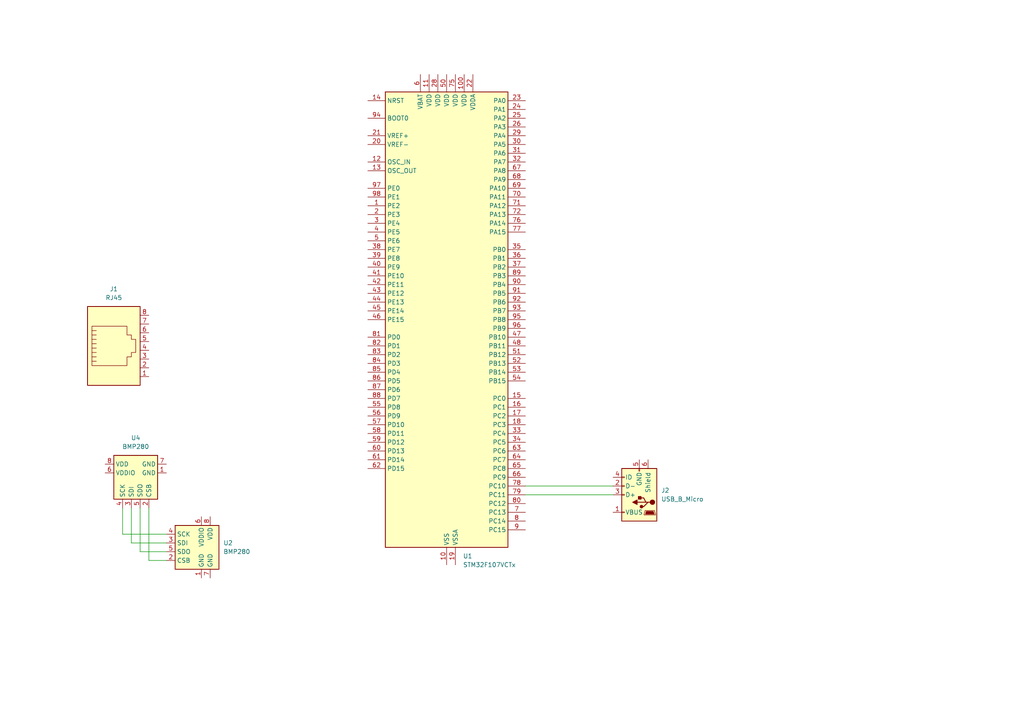
<source format=kicad_sch>
(kicad_sch (version 20231120) (generator "eeschema") (generator_version "8.0")
  (paper "A4")
  (lib_symbols
    (symbol "Connector:RJ45" (pin_names (offset 1.016))
      (property "Reference" "J" (at -5.08 13.97 0))
      (property "Value" "RJ45" (at 2.54 13.97 0))
      (symbol "RJ45_0_1"
        (polyline (pts (xy -5.08 4.445) (xy -6.35 4.445)))
        (polyline (pts (xy -5.08 5.715) (xy -6.35 5.715)))
        (polyline (pts (xy -6.35 -3.175) (xy -5.08 -3.175) (xy -5.08 -3.175)))
        (polyline (pts (xy -6.35 -1.905) (xy -5.08 -1.905) (xy -5.08 -1.905)))
        (polyline (pts (xy -6.35 -0.635) (xy -5.08 -0.635) (xy -5.08 -0.635)))
        (polyline (pts (xy -6.35 0.635) (xy -5.08 0.635) (xy -5.08 0.635)))
        (polyline (pts (xy -6.35 1.905) (xy -5.08 1.905) (xy -5.08 1.905)))
        (polyline (pts (xy -5.08 3.175) (xy -6.35 3.175) (xy -6.35 3.175)))
        (polyline (pts (xy -6.35 -4.445) (xy -6.35 6.985) (xy 3.81 6.985) (xy 3.81 4.445) (xy 5.08 4.445) (xy 5.08 3.175) (xy 6.35 3.175) (xy 6.35 -0.635) (xy 5.08 -0.635) (xy 5.08 -1.905) (xy 3.81 -1.905) (xy 3.81 -4.445) (xy -6.35 -4.445) (xy -6.35 -4.445)))
        (rectangle (start 7.62 12.7) (end -7.62 -10.16) (stroke (width 0.254)) (fill (type background)))
      )
      (symbol "RJ45_1_1"
        (pin passive line (at 10.16 -7.62 180) (length 2.54) (name "~") (number "1"))
        (pin passive line (at 10.16 -5.08 180) (length 2.54) (name "~") (number "2"))
        (pin passive line (at 10.16 -2.54 180) (length 2.54) (name "~") (number "3"))
        (pin passive line (at 10.16 0 180) (length 2.54) (name "~") (number "4"))
        (pin passive line (at 10.16 2.54 180) (length 2.54) (name "~") (number "5"))
        (pin passive line (at 10.16 5.08 180) (length 2.54) (name "~") (number "6"))
        (pin passive line (at 10.16 7.62 180) (length 2.54) (name "~") (number "7"))
        (pin passive line (at 10.16 10.16 180) (length 2.54) (name "~") (number "8"))
      )
    )
    (symbol "Connector:USB_B_Micro" (pin_names (offset 1.016))
      (property "Reference" "J" (at -5.08 11.43 0))
      (property "Value" "USB_B_Micro" (at -5.08 8.89 0))
      (symbol "USB_B_Micro_0_1"
        (rectangle (start -5.08 -7.62) (end 5.08 7.62) (stroke (width 0.254)) (fill (type background)))
        (circle (center -3.81 2.159) (radius 0.635) (stroke (width 0.254)) (fill (type outline)))
        (circle (center -0.635 3.429) (radius 0.381) (stroke (width 0.254)) (fill (type outline)))
        (rectangle (start -0.127 -7.62) (end 0.127 -6.858))
        (polyline (pts (xy -1.905 2.159) (xy 0.635 2.159)) (stroke (width 0.254)))
        (polyline (pts (xy -3.175 2.159) (xy -2.54 2.159) (xy -1.27 3.429) (xy -0.635 3.429)) (stroke (width 0.254)))
        (polyline (pts (xy -2.54 2.159) (xy -1.905 2.159) (xy -1.27 0.889) (xy 0 0.889)) (stroke (width 0.254)))
        (polyline (pts (xy 0.635 2.794) (xy 0.635 1.524) (xy 1.905 2.159) (xy 0.635 2.794)) (stroke (width 0.254)) (fill (type outline)))
        (polyline (pts (xy -4.318 5.588) (xy -1.778 5.588) (xy -2.032 4.826) (xy -4.064 4.826) (xy -4.318 5.588)) (fill (type outline)))
        (polyline (pts (xy -4.699 5.842) (xy -4.699 5.588) (xy -4.445 4.826) (xy -4.445 4.572) (xy -1.651 4.572) (xy -1.651 4.826) (xy -1.397 5.588) (xy -1.397 5.842) (xy -4.699 5.842)))
        (rectangle (start 0.254 1.27) (end -0.508 0.508) (stroke (width 0.254)) (fill (type outline)))
        (rectangle (start 5.08 -5.207) (end 4.318 -4.953))
        (rectangle (start 5.08 -2.667) (end 4.318 -2.413))
        (rectangle (start 5.08 -0.127) (end 4.318 0.127))
        (rectangle (start 5.08 4.953) (end 4.318 5.207))
      )
      (symbol "USB_B_Micro_1_1"
        (pin power_out line (at 7.62 5.08 180) (length 2.54) (name "VBUS") (number "1"))
        (pin bidirectional line (at 7.62 -2.54 180) (length 2.54) (name "D-") (number "2"))
        (pin bidirectional line (at 7.62 0 180) (length 2.54) (name "D+") (number "3"))
        (pin passive line (at 7.62 -5.08 180) (length 2.54) (name "ID") (number "4"))
        (pin power_out line (at 0 -10.16 90) (length 2.54) (name "GND") (number "5"))
        (pin passive line (at -2.54 -10.16 90) (length 2.54) (name "Shield") (number "6"))
      )
    )
    (symbol "MCU_ST_STM32F1:STM32F107VCTx"
      (property "Reference" "U" (at -17.78 67.31 0))
      (property "Value" "STM32F107VCTx" (at 10.16 67.31 0))
      (symbol "STM32F107VCTx_0_1"
        (rectangle (start -17.78 -66.04) (end 17.78 66.04) (stroke (width 0.254)) (fill (type background)))
      )
      (symbol "STM32F107VCTx_1_1"
        (pin bidirectional line (at -22.86 33.02 0) (length 5.08) (name "PE2") (number "1"))
        (pin power_in line (at 0 -71.12 90) (length 5.08) (name "VSS") (number "10"))
        (pin power_in line (at 5.08 71.12 270) (length 5.08) (name "VDD") (number "100"))
        (pin power_in line (at -5.08 71.12 270) (length 5.08) (name "VDD") (number "11"))
        (pin input line (at -22.86 45.72 0) (length 5.08) (name "OSC_IN") (number "12"))
        (pin input line (at -22.86 43.18 0) (length 5.08) (name "OSC_OUT") (number "13"))
        (pin input line (at -22.86 63.5 0) (length 5.08) (name "NRST") (number "14"))
        (pin bidirectional line (at 22.86 -22.86 180) (length 5.08) (name "PC0") (number "15"))
        (pin bidirectional line (at 22.86 -25.4 180) (length 5.08) (name "PC1") (number "16"))
        (pin bidirectional line (at 22.86 -27.94 180) (length 5.08) (name "PC2") (number "17"))
        (pin bidirectional line (at 22.86 -30.48 180) (length 5.08) (name "PC3") (number "18"))
        (pin power_in line (at 2.54 -71.12 90) (length 5.08) (name "VSSA") (number "19"))
        (pin bidirectional line (at -22.86 30.48 0) (length 5.08) (name "PE3") (number "2"))
        (pin input line (at -22.86 50.8 0) (length 5.08) (name "VREF-") (number "20"))
        (pin input line (at -22.86 53.34 0) (length 5.08) (name "VREF+") (number "21"))
        (pin power_in line (at 7.62 71.12 270) (length 5.08) (name "VDDA") (number "22"))
        (pin bidirectional line (at 22.86 63.5 180) (length 5.08) (name "PA0") (number "23"))
        (pin bidirectional line (at 22.86 60.96 180) (length 5.08) (name "PA1") (number "24"))
        (pin bidirectional line (at 22.86 58.42 180) (length 5.08) (name "PA2") (number "25"))
        (pin bidirectional line (at 22.86 55.88 180) (length 5.08) (name "PA3") (number "26"))
        (pin passive line (at 0 -71.12 90) (length 5.08) hide (name "VSS") (number "27"))
        (pin power_in line (at -2.54 71.12 270) (length 5.08) (name "VDD") (number "28"))
        (pin bidirectional line (at 22.86 53.34 180) (length 5.08) (name "PA4") (number "29"))
        (pin bidirectional line (at -22.86 27.94 0) (length 5.08) (name "PE4") (number "3"))
        (pin bidirectional line (at 22.86 50.8 180) (length 5.08) (name "PA5") (number "30"))
        (pin bidirectional line (at 22.86 48.26 180) (length 5.08) (name "PA6") (number "31"))
        (pin bidirectional line (at 22.86 45.72 180) (length 5.08) (name "PA7") (number "32"))
        (pin bidirectional line (at 22.86 -33.02 180) (length 5.08) (name "PC4") (number "33"))
        (pin bidirectional line (at 22.86 -35.56 180) (length 5.08) (name "PC5") (number "34"))
        (pin bidirectional line (at 22.86 20.32 180) (length 5.08) (name "PB0") (number "35"))
        (pin bidirectional line (at 22.86 17.78 180) (length 5.08) (name "PB1") (number "36"))
        (pin bidirectional line (at 22.86 15.24 180) (length 5.08) (name "PB2") (number "37"))
        (pin bidirectional line (at -22.86 20.32 0) (length 5.08) (name "PE7") (number "38"))
        (pin bidirectional line (at -22.86 17.78 0) (length 5.08) (name "PE8") (number "39"))
        (pin bidirectional line (at -22.86 25.4 0) (length 5.08) (name "PE5") (number "4"))
        (pin bidirectional line (at -22.86 15.24 0) (length 5.08) (name "PE9") (number "40"))
        (pin bidirectional line (at -22.86 12.7 0) (length 5.08) (name "PE10") (number "41"))
        (pin bidirectional line (at -22.86 10.16 0) (length 5.08) (name "PE11") (number "42"))
        (pin bidirectional line (at -22.86 7.62 0) (length 5.08) (name "PE12") (number "43"))
        (pin bidirectional line (at -22.86 5.08 0) (length 5.08) (name "PE13") (number "44"))
        (pin bidirectional line (at -22.86 2.54 0) (length 5.08) (name "PE14") (number "45"))
        (pin bidirectional line (at -22.86 0 0) (length 5.08) (name "PE15") (number "46"))
        (pin bidirectional line (at 22.86 -5.08 180) (length 5.08) (name "PB10") (number "47"))
        (pin bidirectional line (at 22.86 -7.62 180) (length 5.08) (name "PB11") (number "48"))
        (pin passive line (at 0 -71.12 90) (length 5.08) hide (name "VSS") (number "49"))
        (pin bidirectional line (at -22.86 22.86 0) (length 5.08) (name "PE6") (number "5"))
        (pin power_in line (at 0 71.12 270) (length 5.08) (name "VDD") (number "50"))
        (pin bidirectional line (at 22.86 -10.16 180) (length 5.08) (name "PB12") (number "51"))
        (pin bidirectional line (at 22.86 -12.7 180) (length 5.08) (name "PB13") (number "52"))
        (pin bidirectional line (at 22.86 -15.24 180) (length 5.08) (name "PB14") (number "53"))
        (pin bidirectional line (at 22.86 -17.78 180) (length 5.08) (name "PB15") (number "54"))
        (pin bidirectional line (at -22.86 -25.4 0) (length 5.08) (name "PD8") (number "55"))
        (pin bidirectional line (at -22.86 -27.94 0) (length 5.08) (name "PD9") (number "56"))
        (pin bidirectional line (at -22.86 -30.48 0) (length 5.08) (name "PD10") (number "57"))
        (pin bidirectional line (at -22.86 -33.02 0) (length 5.08) (name "PD11") (number "58"))
        (pin bidirectional line (at -22.86 -35.56 0) (length 5.08) (name "PD12") (number "59"))
        (pin power_in line (at -7.62 71.12 270) (length 5.08) (name "VBAT") (number "6"))
        (pin bidirectional line (at -22.86 -38.1 0) (length 5.08) (name "PD13") (number "60"))
        (pin bidirectional line (at -22.86 -40.64 0) (length 5.08) (name "PD14") (number "61"))
        (pin bidirectional line (at -22.86 -43.18 0) (length 5.08) (name "PD15") (number "62"))
        (pin bidirectional line (at 22.86 -38.1 180) (length 5.08) (name "PC6") (number "63"))
        (pin bidirectional line (at 22.86 -40.64 180) (length 5.08) (name "PC7") (number "64"))
        (pin bidirectional line (at 22.86 -43.18 180) (length 5.08) (name "PC8") (number "65"))
        (pin bidirectional line (at 22.86 -45.72 180) (length 5.08) (name "PC9") (number "66"))
        (pin bidirectional line (at 22.86 43.18 180) (length 5.08) (name "PA8") (number "67"))
        (pin bidirectional line (at 22.86 40.64 180) (length 5.08) (name "PA9") (number "68"))
        (pin bidirectional line (at 22.86 38.1 180) (length 5.08) (name "PA10") (number "69"))
        (pin bidirectional line (at 22.86 -55.88 180) (length 5.08) (name "PC13") (number "7"))
        (pin bidirectional line (at 22.86 35.56 180) (length 5.08) (name "PA11") (number "70"))
        (pin bidirectional line (at 22.86 33.02 180) (length 5.08) (name "PA12") (number "71"))
        (pin bidirectional line (at 22.86 30.48 180) (length 5.08) (name "PA13") (number "72"))
        (pin no_connect line (at -17.78 -66.04 0) (length 5.08) hide (name "NC") (number "73"))
        (pin passive line (at 0 -71.12 90) (length 5.08) hide (name "VSS") (number "74"))
        (pin power_in line (at 2.54 71.12 270) (length 5.08) (name "VDD") (number "75"))
        (pin bidirectional line (at 22.86 27.94 180) (length 5.08) (name "PA14") (number "76"))
        (pin bidirectional line (at 22.86 25.4 180) (length 5.08) (name "PA15") (number "77"))
        (pin bidirectional line (at 22.86 -48.26 180) (length 5.08) (name "PC10") (number "78"))
        (pin bidirectional line (at 22.86 -50.8 180) (length 5.08) (name "PC11") (number "79"))
        (pin bidirectional line (at 22.86 -58.42 180) (length 5.08) (name "PC14") (number "8"))
        (pin bidirectional line (at 22.86 -53.34 180) (length 5.08) (name "PC12") (number "80"))
        (pin bidirectional line (at -22.86 -5.08 0) (length 5.08) (name "PD0") (number "81"))
        (pin bidirectional line (at -22.86 -7.62 0) (length 5.08) (name "PD1") (number "82"))
        (pin bidirectional line (at -22.86 -10.16 0) (length 5.08) (name "PD2") (number "83"))
        (pin bidirectional line (at -22.86 -12.7 0) (length 5.08) (name "PD3") (number "84"))
        (pin bidirectional line (at -22.86 -15.24 0) (length 5.08) (name "PD4") (number "85"))
        (pin bidirectional line (at -22.86 -17.78 0) (length 5.08) (name "PD5") (number "86"))
        (pin bidirectional line (at -22.86 -20.32 0) (length 5.08) (name "PD6") (number "87"))
        (pin bidirectional line (at -22.86 -22.86 0) (length 5.08) (name "PD7") (number "88"))
        (pin bidirectional line (at 22.86 12.7 180) (length 5.08) (name "PB3") (number "89"))
        (pin bidirectional line (at 22.86 -60.96 180) (length 5.08) (name "PC15") (number "9"))
        (pin bidirectional line (at 22.86 10.16 180) (length 5.08) (name "PB4") (number "90"))
        (pin bidirectional line (at 22.86 7.62 180) (length 5.08) (name "PB5") (number "91"))
        (pin bidirectional line (at 22.86 5.08 180) (length 5.08) (name "PB6") (number "92"))
        (pin bidirectional line (at 22.86 2.54 180) (length 5.08) (name "PB7") (number "93"))
        (pin input line (at -22.86 58.42 0) (length 5.08) (name "BOOT0") (number "94"))
        (pin bidirectional line (at 22.86 0 180) (length 5.08) (name "PB8") (number "95"))
        (pin bidirectional line (at 22.86 -2.54 180) (length 5.08) (name "PB9") (number "96"))
        (pin bidirectional line (at -22.86 38.1 0) (length 5.08) (name "PE0") (number "97"))
        (pin bidirectional line (at -22.86 35.56 0) (length 5.08) (name "PE1") (number "98"))
        (pin passive line (at 0 -71.12 90) (length 5.08) hide (name "VSS") (number "99"))
      )
    )
    (symbol "Sensor_Pressure:BMP280"
      (property "Reference" "U" (at -7.62 10.16 0))
      (property "Value" "BMP280" (at 5.08 10.16 0))
      (symbol "BMP280_0_1"
        (rectangle (start -7.62 -5.08) (end 5.08 7.62) (stroke (width 0.254)) (fill (type background)))
      )
      (symbol "BMP280_1_1"
        (pin power_in line (at 0 -7.62 90) (length 2.54) (name "GND") (number "1"))
        (pin input line (at -10.16 -2.54 0) (length 2.54) (name "CSB") (number "2"))
        (pin bidirectional line (at -10.16 2.54 0) (length 2.54) (name "SDI") (number "3"))
        (pin input line (at -10.16 5.08 0) (length 2.54) (name "SCK") (number "4"))
        (pin bidirectional line (at -10.16 0 0) (length 2.54) (name "SDO") (number "5"))
        (pin power_in line (at 0 10.16 270) (length 2.54) (name "VDDIO") (number "6"))
        (pin power_in line (at 2.54 -7.62 90) (length 2.54) (name "GND") (number "7"))
        (pin power_in line (at 2.54 10.16 270) (length 2.54) (name "VDD") (number "8"))
      )
    )
  )
  (wire (pts (xy 48.26 154.94) (xy 35.56 154.94)))
  (wire (pts (xy 48.26 160.02) (xy 40.64 160.02)))
  (wire (pts (xy 40.64 160.02) (xy 40.64 147.32)))
  (wire (pts (xy 48.26 157.48) (xy 38.1 157.48)))
  (wire (pts (xy 152.4 143.51) (xy 177.8 143.51)))
  (wire (pts (xy 35.56 154.94) (xy 35.56 147.32)))
  (wire (pts (xy 152.4 140.97) (xy 177.8 140.97)))
  (wire (pts (xy 43.18 162.56) (xy 43.18 147.32)))
  (wire (pts (xy 48.26 162.56) (xy 43.18 162.56)))
  (wire (pts (xy 38.1 157.48) (xy 38.1 147.32)))
  (symbol (lib_id "Connector:USB_B_Micro") (at 185.42 143.51 180) (unit 1)
    (property "Reference" "J2" (at 191.77 142.2399 0) (effects (justify right)))
    (property "Value" "USB_B_Micro" (at 191.77 144.7799 0) (effects (justify right)))
    (property "Footprint" "Connector_USB:USB_Micro-B_Amphenol_10104110_Horizontal" (effects (hide yes)))
    (property "Description" "USB Micro Type B connector" (effects (hide yes)))
  )
  (symbol (lib_id "Sensor_Pressure:BMP280") (at 40.64 137.16 90) (unit 1)
    (property "Reference" "U4" (at 39.37 127 90))
    (property "Value" "BMP280" (at 39.37 129.54 90))
    (property "Footprint" "Package_LGA:Bosch_LGA-8_2x2.5mm_P0.65mm_ClockwisePinNumbering" (effects (hide yes)))
    (property "Datasheet" "https://ae-bst.resource.bosch.com/media/_tech/media/datasheets/BST-BMP280-DS001.pdf" (effects (hide yes)))
    (property "Description" "Absolute Barometric Pressure Sensor, LGA-8" (effects (hide yes)))
  )
  (symbol (lib_id "Connector:RJ45") (at 33.02 101.6 0) (unit 1)
    (property "Reference" "J1" (at 33.02 83.82 0))
    (property "Value" "RJ45" (at 33.02 86.36 0))
    (property "Footprint" "Connector_RJ:RJ45_Amphenol_54602-x08_Horizontal" (effects (hide yes)))
    (property "Description" "RJ connector, 8P8C (8 positions 8 connected)" (effects (hide yes)))
  )
  (symbol (lib_id "Sensor_Pressure:BMP280") (at 58.42 160.02 0) (unit 1)
    (property "Reference" "U2" (at 64.77 157.4799 0) (effects (justify left)))
    (property "Value" "BMP280" (at 64.77 160.0199 0) (effects (justify left)))
    (property "Footprint" "Package_LGA:Bosch_LGA-8_2x2.5mm_P0.65mm_ClockwisePinNumbering" (effects (hide yes)))
    (property "Datasheet" "https://ae-bst.resource.bosch.com/media/_tech/media/datasheets/BST-BMP280-DS001.pdf" (effects (hide yes)))
    (property "Description" "Absolute Barometric Pressure Sensor, LGA-8" (effects (hide yes)))
  )
  (symbol (lib_id "MCU_ST_STM32F1:STM32F107VCTx") (at 129.54 92.71 0) (unit 1)
    (property "Reference" "U1" (at 134.2741 161.29 0) (effects (justify left)))
    (property "Value" "STM32F107VCTx" (at 134.2741 163.83 0) (effects (justify left)))
    (property "Footprint" "Package_QFP:LQFP-100_14x14mm_P0.5mm" (effects (hide yes)))
    (property "Datasheet" "https://www.st.com/resource/en/datasheet/stm32f107vc.pdf" (effects (hide yes)))
    (property "Description" "STMicroelectronics Arm Cortex-M3 MCU, 256KB flash, 64KB RAM, 72 MHz, 2.0-3.6V, 80 GPIO, LQFP100" (effects (hide yes)))
  )
)
</source>
